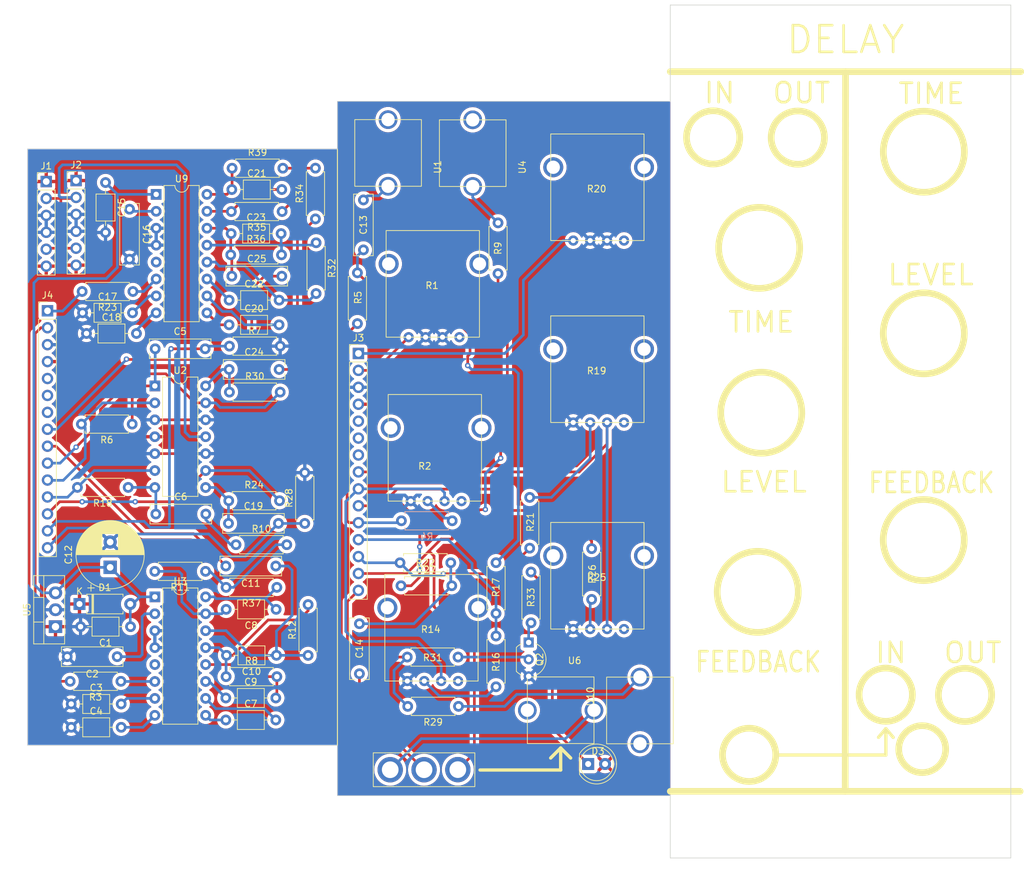
<source format=kicad_pcb>
(kicad_pcb (version 20221018) (generator pcbnew)
  (layers (0 "F.Cu" signal) (31 "B.Cu" signal) (34 "B.Paste" user) (35 "F.Paste" user) (36 "B.SilkS" user "B.Silkscreen") (37 "F.SilkS" user "F.Silkscreen") (38 "B.Mask" user) (39 "F.Mask" user) (44 "Edge.Cuts" user))
  (net 0 "")
  (net 1 "+5V")
  (net 2 "GND")
  (net 3 "Net-(U3-REF)")
  (net 4 "Net-(U3-CC1)")
  (net 5 "Net-(U3-CC0)")
  (net 6 "Net-(C5-Pad1)")
  (net 7 "Net-(C6-Pad1)")
  (net 8 "Net-(U3-OP1-OUT)")
  (net 9 "Net-(U3-OP1-IN)")
  (net 10 "Net-(U3-LPF1-IN)")
  (net 11 "Net-(U3-LPF1-OUT)")
  (net 12 "Net-(U3-OP2-IN)")
  (net 13 "Net-(U3-OP2-OUT)")
  (net 14 "Net-(U3-LPF2-OUT)")
  (net 15 "Net-(U3-LPF2-IN)")
  (net 16 "Net-(C13-Pad1)")
  (net 17 "Net-(C14-Pad1)")
  (net 18 "Net-(C13-Pad2)")
  (net 19 "Net-(U9-REF)")
  (net 20 "Net-(C19-Pad1)")
  (net 21 "Net-(U9-CC1)")
  (net 22 "Net-(U9-CC0)")
  (net 23 "Net-(U9-OP1-OUT)")
  (net 24 "Net-(U9-OP1-IN)")
  (net 25 "Net-(U9-LPF1-IN)")
  (net 26 "Net-(U9-LPF1-OUT)")
  (net 27 "Net-(U9-OP2-IN)")
  (net 28 "+12V")
  (net 29 "Net-(U9-OP2-OUT)")
  (net 30 "Net-(U9-LPF2-OUT)")
  (net 31 "-12V")
  (net 32 "Net-(U9-LPF2-IN)")
  (net 33 "Net-(D3-K)")
  (net 34 "Net-(Q2-C)")
  (net 35 "Net-(Q2-B)")
  (net 39 "Net-(R2-S)")
  (net 41 "Net-(C6-Pad2)")
  (net 42 "Net-(R9-Pad1)")
  (net 45 "Net-(U3-VCO)")
  (net 46 "Net-(R10-Pad2)")
  (net 47 "Net-(R29-Pad1)")
  (net 48 "Net-(R14-S)")
  (net 49 "Net-(U6-Pad1)")
  (net 51 "Net-(C14-Pad2)")
  (net 54 "Net-(C24-Pad1)")
  (net 55 "Net-(C24-Pad2)")
  (net 56 "Net-(R19-S)")
  (net 63 "Net-(U9-VCO)")
  (net 64 "Net-(R25-S)")
  (net 70 "Net-(R34-Pad2)")
  (net 71 "DOUT1")
  (net 72 "DOUT2")
  (net 73 "VGND1")
  (net 74 "VGND2")
  (net 75 "VGND3")
  (net 76 "VGND4")
  (net 77 "SW1")
  (net 78 "SWCOM")
  (net 79 "SW3")
  (net 80 "VCO1")
  (net 81 "VCO2")
  (net 82 "X1")
  (net 83 "X2")
  (footprint "LED_THT:LED_D5.0mm" (layer "F.Cu") (at 157.625 142.9)
    (fp_text reference "D3")
    (fp_text value "LED")
  )
  (footprint "Resistor_THT:R_Axial_DIN0207_L6.3mm_D2.5mm_P7.62mm_Horizontal" (layer "F.Cu") (at 104.19 53.49)
    (fp_text reference "R39")
    (fp_text value "0R")
  )
  (footprint "Resistor_THT:R_Axial_DIN0207_L6.3mm_D2.5mm_P7.62mm_Horizontal" (layer "F.Cu") (at 103.69 103.39)
    (fp_text reference "R24")
    (fp_text value "100k")
  )
  (footprint "Capacitor_THT:CP_Radial_D10.0mm_P3.80mm" (layer "F.Cu") (at 85.89 113.39 90)
    (fp_text reference "C12")
    (fp_text value "C_Polarized")
  )
  (footprint "Resistor_THT:R_Axial_DIN0207_L6.3mm_D2.5mm_P7.62mm_Horizontal" (layer "F.Cu") (at 88.6 101.39 180)
    (fp_text reference "R18")
    (fp_text value "100k")
  )
  (footprint "Connector_PinHeader_2.54mm:PinHeader_1x06_P2.54mm_Vertical" (layer "F.Cu") (at 80.78 55.34)
    (fp_text reference "J2")
    (fp_text value "Conn_01x06_Male")
  )
  (footprint "clipboard:c0182654-ed92-4dac-bfe7-a251b8662b05" (layer "F.Cu") (at 176.4 48.85)
    (fp_text reference "")
    (fp_text value "")
  )
  (footprint "Resistor_THT:R_Axial_DIN0207_L6.3mm_D2.5mm_P7.62mm_Horizontal" (layer "F.Cu") (at 100.21 113.99 180)
    (fp_text reference "R11")
    (fp_text value "10k")
  )
  (footprint "Capacitor_THT:C_Rect_L9.0mm_W2.7mm_P7.50mm_MKT" (layer "F.Cu") (at 88.8 59.64 -90)
    (fp_text reference "C16")
    (fp_text value "47u")
  )
  (footprint "Capacitor_THT:C_Axial_L3.8mm_D2.6mm_P7.50mm_Horizontal" (layer "F.Cu") (at 110.8 119.69 180)
    (fp_text reference "C8")
    (fp_text value "500p")
  )
  (footprint "Capacitor_THT:C_Axial_L3.8mm_D2.6mm_P7.50mm_Horizontal" (layer "F.Cu") (at 80.05 137.39)
    (fp_text reference "C4")
    (fp_text value "100n")
  )
  (footprint "MountingHole:MountingHole_3.2mm_M3" (layer "F.Cu") (at 211.49002 31.721661)
    (fp_text reference "REF**" hide)
    (fp_text value "MountingHole_3.2mm_M3")
  )
  (footprint "Capacitor_THT:C_Rect_L9.0mm_W2.7mm_P7.50mm_MKT" (layer "F.Cu") (at 123.3 129.35 90)
    (fp_text reference "C14")
    (fp_text value "1u")
  )
  (footprint "Capacitor_THT:C_Rect_L9.0mm_W2.7mm_P7.50mm_MKT" (layer "F.Cu") (at 104.15 69.69)
    (fp_text reference "C25")
    (fp_text value "C_Polarized")
  )
  (footprint "Resistor_THT:R_Axial_DIN0207_L6.3mm_D2.5mm_P7.62mm_Horizontal" (layer "F.Cu") (at 143.8 123.69 -90)
    (fp_text reference "R16")
    (fp_text value "47k")
  )
  (footprint "Resistor_THT:R_Axial_DIN0207_L6.3mm_D2.5mm_P7.62mm_Horizontal" (layer "F.Cu") (at 138.17 134.25 180)
    (fp_text reference "R29")
    (fp_text value "1k")
  )
  (footprint "Resistor_THT:R_Axial_DIN0207_L6.3mm_D2.5mm_P7.62mm_Horizontal" (layer "F.Cu") (at 116.8 64.68 -90)
    (fp_text reference "R32")
    (fp_text value "10k")
  )
  (footprint "Capacitor_THT:C_Axial_L3.8mm_D2.6mm_P7.50mm_Horizontal" (layer "F.Cu") (at 80.05 133.89)
    (fp_text reference "C3")
    (fp_text value "100n")
  )
  (footprint "Capacitor_THT:C_Rect_L9.0mm_W2.7mm_P7.50mm_MKT" (layer "F.Cu") (at 103.65 106.79)
    (fp_text reference "C19")
    (fp_text value "1u")
  )
  (footprint "clipboard:c0182654-ed92-4dac-bfe7-a251b8662b05" (layer "F.Cu") (at 183.05 117.05)
    (fp_text reference "")
    (fp_text value "")
  )
  (footprint "Resistor_THT:R_Axial_DIN0207_L6.3mm_D2.5mm_P7.62mm_Horizontal" (layer "F.Cu") (at 129.39 112.7)
    (fp_text reference "R22")
    (fp_text value "100k")
  )
  (footprint "Library:AlpsPot" (layer "F.Cu") (at 155.39 122.649)
    (fp_text reference "R25")
    (fp_text value "AlpsPot")
  )
  (footprint "Capacitor_THT:C_Rect_L9.0mm_W2.7mm_P7.50mm_MKT" (layer "F.Cu") (at 103.75 83.69)
    (fp_text reference "C24")
    (fp_text value "C_Polarized")
  )
  (footprint "Resistor_THT:R_Axial_DIN0207_L6.3mm_D2.5mm_P7.62mm_Horizontal" (layer "F.Cu") (at 103.29 129.79)
    (fp_text reference "R8")
    (fp_text value "10k")
  )
  (footprint "Package_TO_SOT_THT:TO-92_Inline_Wide" (layer "F.Cu") (at 148.7 124.66 -90)
    (fp_text reference "Q2")
    (fp_text value "BC547")
  )
  (footprint "clipboard:c0182654-ed92-4dac-bfe7-a251b8662b05" (layer "F.Cu") (at 207.75 140.7)
    (fp_text reference "")
    (fp_text value "")
  )
  (footprint "Resistor_THT:R_Axial_DIN0207_L6.3mm_D2.5mm_P7.62mm_Horizontal" (layer "F.Cu") (at 144.1 61.69 -90)
    (fp_text reference "R9")
    (fp_text value "1k")
  )
  (footprint "Capacitor_THT:C_Axial_L3.8mm_D2.6mm_P7.50mm_Horizontal" (layer "F.Cu") (at 85.2 55.64 -90)
    (fp_text reference "C15")
    (fp_text value "100n")
  )
  (footprint "Connector_PinHeader_2.54mm:PinHeader_1x15_P2.54mm_Vertical" (layer "F.Cu") (at 123.15 81.29)
    (fp_text reference "J3")
    (fp_text value "Conn_01x15_Male")
  )
  (footprint "Resistor_THT:R_Axial_DIN0207_L6.3mm_D2.5mm_P7.62mm_Horizontal" (layer "F.Cu") (at 89.31 71.99 180)
    (fp_text reference "R23")
    (fp_text value "1k")
  )
  (footprint "Library:AlpsPot" (layer "F.Cu") (at 155.39 64.349)
    (fp_text reference "R20")
    (fp_text value "AlpsPot")
  )
  (footprint "Library:3mm5 Mono Aux" (layer "F.Cu") (at 153.5 134.830351)
    (fp_text reference "U6")
    (fp_text value "Aux_flush")
  )
  (footprint "Capacitor_THT:C_Rect_L9.0mm_W2.7mm_P7.50mm_MKT" (layer "F.Cu") (at 92.65 80.59)
    (fp_text reference "C5")
    (fp_text value "1u")
  )
  (footprint "Capacitor_THT:C_Axial_L3.8mm_D2.6mm_P7.50mm_Horizontal" (layer "F.Cu") (at 82.34 78.29)
    (fp_text reference "C18")
    (fp_text value "100n")
  )
  (footprint "Resistor_THT:R_Axial_DIN0207_L6.3mm_D2.5mm_P7.62mm_Horizontal" (layer "F.Cu") (at 89.2 91.89 180)
    (fp_text reference "R6")
    (fp_text value "100k")
  )
  (footprint "clipboard:c0182654-ed92-4dac-bfe7-a251b8662b05" (layer "F.Cu") (at 208 109.3)
    (fp_text reference "")
    (fp_text value "")
  )
  (footprint "clipboard:c0182654-ed92-4dac-bfe7-a251b8662b05" (layer "F.Cu") (at 208.05 78.25)
    (fp_text reference "")
    (fp_text value "")
  )
  (footprint "Resistor_THT:R_Axial_DIN0207_L6.3mm_D2.5mm_P7.62mm_Horizontal" (layer "F.Cu") (at 123 76.81 90)
    (fp_text reference "R5")
    (fp_text value "100k")
  )
  (footprint "Library:AlpsPot" (layer "F.Cu") (at 130.69 78.849)
    (fp_text reference "R1")
    (fp_text value "AlpsPot")
  )
  (footprint "Library:3mm5 Mono Aux" (layer "F.Cu") (at 140.3 51.230351 -90)
    (fp_text reference "U4")
    (fp_text value "Aux_flush")
  )
  (footprint "Capacitor_THT:C_Axial_L3.8mm_D2.6mm_P7.50mm_Horizontal" (layer "F.Cu") (at 81.75 75.19)
    (fp_text reference "C17")
    (fp_text value "100n")
  )
  (footprint "Connector_PinHeader_2.54mm:PinHeader_1x06_P2.54mm_Vertical" (layer "F.Cu") (at 76.3 55.49)
    (fp_text reference "J1")
    (fp_text value "Conn_01x06_Male")
  )
  (footprint "Resistor_THT:R_Axial_DIN0207_L6.3mm_D2.5mm_P7.62mm_Horizontal" (layer "F.Cu") (at 103.99 66.49)
    (fp_text reference "R36")
    (fp_text value "10k")
  )
  (footprint "Package_DIP:DIP-16_W7.62mm" (layer "F.Cu") (at 92.8 57.415)
    (fp_text reference "U9")
    (fp_text value "PT2399")
  )
  (footprint "clipboard:c0182654-ed92-4dac-bfe7-a251b8662b05" (layer "F.Cu") (at 183.6 90.2)
    (fp_text reference "")
    (fp_text value "")
  )
  (footprint "Capacitor_THT:C_Axial_L3.8mm_D2.6mm_P7.50mm_Horizontal" (layer "F.Cu") (at 110.85 126.59 180)
    (fp_text reference "C10")
    (fp_text value "500p")
  )
  (footprint "Library:Switch" (layer "F.Cu") (at 133 146.3)
    (fp_text reference "U7" hide)
    (fp_text value "Switch")
  )
  (footprint "Package_DIP:DIP-16_W7.62mm" (layer "F.Cu") (at 92.6 117.815)
    (fp_text reference "U3")
    (fp_text value "PT2399")
  )
  (footprint "Resistor_THT:R_Axial_DIN0207_L6.3mm_D2.5mm_P7.62mm_Horizontal" (layer "F.Cu") (at 116.7 61.1 90)
    (fp_text reference "R34")
    (fp_text value "10k")
  )
  (footprint "Resistor_THT:R_Axial_DIN0207_L6.3mm_D2.5mm_P7.62mm_Horizontal" (layer "F.Cu") (at 104.78 109.99)
    (fp_text reference "R10")
    (fp_text value "10k")
  )
  (footprint "Resistor_THT:R_Axial_DIN0207_L6.3mm_D2.5mm_P7.62mm_Horizontal" (layer "F.Cu") (at 103.79 80.19)
    (fp_text reference "R7")
    (fp_text value "100k")
  )
  (footprint "Connector_PinHeader_2.54mm:PinHeader_1x15_P2.54mm_Vertical" (layer "F.Cu") (at 76.49 74.89)
    (fp_text reference "J4")
    (fp_text value "Conn_01x15_Male")
  )
  (footprint "Capacitor_THT:C_Axial_L3.8mm_D2.6mm_P7.50mm_Horizontal" (layer "F.Cu") (at 88.95 122.29 180)
    (fp_text reference "C1")
    (fp_text value "100n")
  )
  (footprint "Resistor_THT:R_Axial_DIN0207_L6.3mm_D2.5mm_P7.62mm_Horizontal" (layer "F.Cu") (at 158.15 110.58 -90)
    (fp_text reference "R26")
    (fp_text value "47k")
  )
  (footprint "clipboard:c0182654-ed92-4dac-bfe7-a251b8662b05" (layer "F.Cu") (at 189.05 48.9)
    (fp_text reference "")
    (fp_text value "")
  )
  (footprint "MountingHole:MountingHole_3.2mm_M3" (layer "F.Cu") (at 180.99002 31.721661)
    (fp_text reference "REF**" hide)
    (fp_text value "MountingHole_3.2mm_M3")
  )
  (footprint "Library:AlpsPot" (layer "F.Cu") (at 130.49 130.449)
    (fp_text reference "R14")
    (fp_text value "AlpsPot")
  )
  (footprint "Library:3mm5 Mono Aux" (layer "F.Cu") (at 127.6 51.2 -90)
    (fp_text reference "U1")
    (fp_text value "Aux_flush")
  )
  (footprint "Resistor_THT:R_Axial_DIN0207_L6.3mm_D2.5mm_P7.62mm_Horizontal" (layer "F.Cu") (at 115.1 106.8 90)
    (fp_text reference "R28")
    (fp_text value "100k")
  )
  (footprint "Capacitor_THT:C_Rect_L9.0mm_W2.7mm_P7.50mm_MKT" (layer "F.Cu") (at 123.9 58.25 -90)
    (fp_text reference "C13")
    (fp_text value "1u")
  )
  (footprint "Capacitor_THT:C_Axial_L3.8mm_D2.6mm_P7.50mm_Horizontal" (layer "F.Cu") (at 104.15 56.69)
    (fp_text reference "C21")
    (fp_text value "500p")
  )
  (footprint "Package_DIP:DIP-14_W7.62mm" (layer "F.Cu") (at 92.6 86.165)
    (fp_text reference "U2")
    (fp_text value "TL074")
  )
  (footprint "Resistor_THT:R_Axial_DIN0207_L6.3mm_D2.5mm_P7.62mm_Horizontal" (layer "F.Cu") (at 111.7 59.99 180)
    (fp_text reference "R35")
    (fp_text value "10k")
  )
  (footprint "Capacitor_THT:C_Axial_L3.8mm_D2.6mm_P7.50mm_Horizontal" (layer "F.Cu") (at 104.05 63.305)
    (fp_text reference "C23")
    (fp_text value "500p")
  )
  (footprint "MountingHole:MountingHole_3.2mm_M3" (layer "F.Cu") (at 180.99002 154.221661)
    (fp_text reference "REF**" hide)
    (fp_text value "MountingHole_3.2mm_M3")
  )
  (footprint "Resistor_THT:R_Axial_DIN0207_L6.3mm_D2.5mm_P7.62mm_Horizontal" (layer "F.Cu") (at 103.79 87.09)
    (fp_text reference "R30")
    (fp_text value "100k")
  )
  (footprint "Package_TO_SOT_THT:TO-220-3_Vertical" (layer "F.Cu") (at 77.69 122.29 90)
    (fp_text reference "U5")
    (fp_text value "LM7805_TO220")
  )
  (footprint "Capacitor_THT:C_Rect_L9.0mm_W2.7mm_P7.50mm_MKT" (layer "F.Cu") (at 110.75 113.19 180)
    (fp_text reference "C11")
    (fp_text value "1u")
  )
  (footprint "Resistor_THT:R_Axial_DIN0207_L6.3mm_D2.5mm_P7.62mm_Horizontal" (layer "F.Cu") (at 129.54 116.15)
    (fp_text reference "R27")
    (fp_text value "100k")
  )
  (footprint "Library:3mm5 Mono Aux" (layer "F.Cu") (at 165.4 134.860701 90)
    (fp_text reference "U10")
    (fp_text value "Aux_flush")
  )
  (footprint "Capacitor_THT:C_Rect_L9.0mm_W2.7mm_P7.50mm_MKT" (layer "F.Cu") (at 86.95 126.79 180)
    (fp_text reference "C2")
    (fp_text value "47u")
  )
  (footprint "clipboard:c0182654-ed92-4dac-bfe7-a251b8662b05" (layer "F.Cu") (at 214.2 132.55)
    (fp_text reference "")
    (fp_text value "")
  )
  (footprint "Resistor_THT:R_Axial_DIN0207_L6.3mm_D2.5mm_P7.62mm_Horizontal" (layer "F.Cu") (at 87.51 130.49 180)
    (fp_text reference "R3")
    (fp_text value "1k")
  )
  (footprint "clipboard:c0182654-ed92-4dac-bfe7-a251b8662b05" (layer "F.Cu") (at 181.8 141.55)
    (fp_text reference "")
    (fp_text value "")
  )
  (footprint "Capacitor_THT:C_Axial_L3.8mm_D2.6mm_P7.50mm_Horizontal" (layer "F.Cu") (at 103.75 73.29)
    (fp_text reference "C22")
    (fp_text value "100n")
  )
  (footprint "Resistor_THT:R_Axial_DIN0207_L6.3mm_D2.5mm_P7.62mm_Horizontal" (layer "F.Cu") (at 110.91 116.39 180)
    (fp_text reference "R37")
    (fp_text value "0R")
  )
  (footprint "Resistor_THT:R_Axial_DIN0207_L6.3mm_D2.5mm_P7.62mm_Horizontal" (layer "F.Cu") (at 115.6 126.6 90)
    (fp_text reference "R12")
    (fp_text value "10k")
  )
  (footprint "Diode_THT:D_A-405_P7.62mm_Horizontal" (layer "F.Cu") (at 81.29 118.89)
    (fp_text reference "D1")
    (fp_text value "D")
  )
  (footprint "Resistor_THT:R_Axial_DIN0207_L6.3mm_D2.5mm_P7.62mm_Horizontal" (layer "F.Cu") (at 148.85 110.51 90)
    (fp_text reference "R21")
    (fp_text value "100k")
  )
  (footprint "Capacitor_THT:C_Axial_L3.8mm_D2.6mm_P7.50mm_Horizontal" (layer "F.Cu") (at 103.25 132.99)
    (fp_text reference "C9")
    (fp_text value "100n")
  )
  (footprint "Capacitor_THT:C_Axial_L3.8mm_D2.6mm_P7.50mm_Horizontal" (layer "F.Cu") (at 103.74 76.99)
    (fp_text reference "C20")
    (fp_text value "100n")
  )
  (footprint "Resistor_THT:R_Axial_DIN0207_L6.3mm_D2.5mm_P7.62mm_Horizontal" (layer "F.Cu") (at 138.1 126.85 180)
    (fp_text reference "R31")
    (fp_text value "100k")
  )
  (footprint "Library:AlpsPot" (layer "F.Cu") (at 155.39 91.649)
    (fp_text reference "R19")
    (fp_text value "AlpsPot")
  )
  (footprint "Resistor_THT:R_Axial_DIN0207_L6.3mm_D2.5mm_P7.62mm_Horizontal" (layer "F.Cu") (at 143.8 120.31 90)
    (fp_text reference "R17")
    (fp_text value "100k")
  )
  (footprint "MountingHole:MountingHole_3.2mm_M3" (layer "F.Cu") (at 211.49002 154.221661)
    (fp_text reference "REF**" hide)
    (fp_text value "MountingHole_3.2mm_M3")
  )
  (footprint "clipboard:c0182654-ed92-4dac-bfe7-a251b8662b05" (layer "F.Cu") (at 202.3 132.5)
    (fp_text reference "")
    (fp_text value "")
  )
  (footprint "Capacitor_THT:C_Rect_L9.0mm_W2.7mm_P7.50mm_MKT" (layer "F.Cu") (at 92.75 105.39)
    (fp_text reference "C6")
    (fp_text value "C_Polarized")
  )
  (footprint "Library:AlpsPot" (layer "F.Cu") (at 131 103.449)
    (fp_text reference "R2")
    (fp_text value "AlpsPot")
  )
  (footprint "Resistor_THT:R_Axial_DIN0207_L6.3mm_D2.5mm_P7.62mm_Horizontal" (layer "F.Cu") (at 149.05 121.71 90)
    (fp_text reference "R33")
    (fp_text value "2k2")
  )
  (footprint "Capacitor_THT:C_Axial_L3.8mm_D2.6mm_P7.50mm_Horizontal" (layer "F.Cu") (at 103.25 136.29)
    (fp_text reference "C7")
    (fp_text value "100n")
  )
  (footprint "clipboard:c0182654-ed92-4dac-bfe7-a251b8662b05" (layer "F.Cu") (at 208 51.05)
    (fp_text reference "")
    (fp_text value "")
  )
  (footprint "clipboard:c0182654-ed92-4dac-bfe7-a251b8662b05" (layer "F.Cu") (at 183.3 65.45)
    (fp_text reference "")
    (fp_text value "")
  )
  (footprint "Resistor_THT:R_Axial_DIN0207_L6.3mm_D2.5mm_P7.62mm_Horizontal" (layer "B.Cu") (at 129.6 106.4)
    (fp_text reference "R4")
    (fp_text value "100k")
  )
  (gr_line (start 120 50.6) (end 120 140.1) (stroke (width 0.15)) (layer "F.SilkS"))
  (gr_line (start 202.3 137.6) (end 203.4 138.9) (stroke (width 0.5)) (layer "F.SilkS"))
  (gr_line (start 153.5 143.8) (end 153.5 140.5) (stroke (width 0.5)) (layer "F.SilkS"))
  (gr_line (start 186.25 141.55) (end 202.3 141.55) (stroke (width 0.5)) (layer "F.SilkS"))
  (gr_circle (center 207.75846 140.668837) (end 211.25846 141.086074) (stroke (width 1)) (fill none) (layer "F.SilkS"))
  (gr_line (start 169.95 147) (end 222.45 147) (stroke (width 1)) (layer "F.SilkS"))
  (gr_circle (center 208 51.017237) (end 214.082763 51.017237) (stroke (width 1)) (fill none) (layer "F.SilkS"))
  (gr_circle (center 202.283241 132.499188) (end 206.283241 132.499188) (stroke (width 1)) (fill none) (layer "F.SilkS"))
  (gr_circle (center 207.984003 109.289617) (end 214.066766 109.289617) (stroke (width 1)) (fill none) (layer "F.SilkS"))
  (gr_line (start 202.3 137.6) (end 201.2 138.9) (stroke (width 0.5)) (layer "F.SilkS"))
  (gr_circle (center 189.083241 48.899188) (end 193.083241 48.899188) (stroke (width 1)) (fill none) (layer "F.SilkS"))
  (gr_line (start 153.5 140.5) (end 152 142) (stroke (width 0.5)) (layer "F.SilkS"))
  (gr_line (start 141.4 143.8) (end 153.5 143.8) (stroke (width 0.5)) (layer "F.SilkS"))
  (gr_circle (center 181.783241 141.523837) (end 185.783241 141.523837) (stroke (width 1)) (fill none) (layer "F.SilkS"))
  (gr_line (start 202.3 137.6) (end 202.3 141.55) (stroke (width 0.5)) (layer "F.SilkS"))
  (gr_circle (center 176.383241 48.868837) (end 180.383241 48.868837) (stroke (width 1)) (fill none) (layer "F.SilkS"))
  (gr_circle (center 183.60772 90.179256) (end 189.690483 90.179256) (stroke (width 1)) (fill none) (layer "F.SilkS"))
  (gr_line (start 169.95 39) (end 222.55 39) (stroke (width 1)) (layer "F.SilkS"))
  (gr_line (start 196.25 39) (end 196.2 147) (stroke (width 1)) (layer "F.SilkS"))
  (gr_circle (center 183.073241 117.066074) (end 189.156004 117.066074) (stroke (width 1)) (fill none) (layer "F.SilkS"))
  (gr_circle (center 214.183241 132.529538) (end 218.183241 132.529538) (stroke (width 1)) (fill none) (layer "F.SilkS"))
  (gr_circle (center 207.9932 78.270196) (end 214.075963 78.270196) (stroke (width 1)) (fill none) (layer "F.SilkS"))
  (gr_line (start 153.5 140.5) (end 155 142) (stroke (width 0.5)) (layer "F.SilkS"))
  (gr_circle (center 183.291899 65.440777) (end 189.374662 65.440777) (stroke (width 1)) (fill none) (layer "F.SilkS"))
  (gr_line (start 169.95 147.65) (end 120 147.65) (stroke (width 0.1)) (layer "Edge.Cuts"))
  (gr_line (start 120 140.09) (end 73.5 140.09) (stroke (width 0.1)) (layer "Edge.Cuts"))
  (gr_line (start 169.95 157) (end 169.95 147.65) (stroke (width 0.1)) (layer "Edge.Cuts"))
  (gr_line (start 120 147.65) (end 120 140.09) (stroke (width 0.1)) (layer "Edge.Cuts"))
  (gr_line (start 73.5 50.59) (end 120 50.59) (stroke (width 0.1)) (layer "Edge.Cuts"))
  (gr_line (start 221.05 29) (end 221.05 157) (stroke (width 0.1)) (layer "Edge.Cuts"))
  (gr_line (start 169.95 29) (end 221.05 29) (stroke (width 0.1)) (layer "Edge.Cuts"))
  (gr_line (start 169.95 43.45) (end 169.95 29) (stroke (width 0.1)) (layer "Edge.Cuts"))
  (gr_line (start 120 43.45) (end 169.95 43.45) (stroke (width 0.1)) (layer "Edge.Cuts"))
  (gr_line (start 73.5 140.09) (end 73.5 50.59) (stroke (width 0.1)) (layer "Edge.Cuts"))
  (gr_line (start 221.05 157) (end 169.95 157) (stroke (width 0.1)) (layer "Edge.Cuts"))
  (gr_line (start 120 50.59) (end 120 43.45) (stroke (width 0.1)) (layer "Edge.Cuts"))
  (gr_text "FEEDBACK\n" (at 209.15 100.7) (layer "F.SilkS") (effects (font (size 3 2.5) (thickness 0.4))))
  (gr_text "DELAY" (at 196.25 34.2) (layer "F.SilkS") (effects (font (size 4 4) (thickness 0.4))))
  (gr_text "LEVEL" (at 184 100.6) (layer "F.SilkS") (effects (font (size 3 3) (thickness 0.4))))
  (gr_text "LEVEL" (at 209.05 69.5) (layer "F.SilkS") (effects (font (size 3 3) (thickness 0.4))))
  (gr_text "TIME" (at 183.60772 76.6) (layer "F.SilkS") (effects (font (size 3 3) (thickness 0.4))))
  (gr_text "IN" (at 203.05 126.2) (layer "F.SilkS") (effects (font (size 3 3) (thickness 0.4))))
  (gr_text "IN" (at 177.35 42.2) (layer "F.SilkS") (effects (font (size 3 3) (thickness 0.4))))
  (gr_text "OUT" (at 189.65 42.2) (layer "F.SilkS") (effects (font (size 3 3) (thickness 0.4))))
  (gr_text "FEEDBACK\n" (at 183.15 127.6) (layer "F.SilkS") (effects (font (size 3 2.5) (thickness 0.4))))
  (gr_text "TIME" (at 209.15 42.3) (layer "F.SilkS") (effects (font (size 3 3) (thickness 0.4))))
  (gr_text "OUT" (at 215.35 126.2) (layer "F.SilkS") (effects (font (size 3 3) (thickness 0.4))))
  (segment (start 86.975 57.415) (end 85.2 55.64) (width 0.4) (layer "B.Cu") (net 1))
  (segment (start 92.6 117.815) (end 90.315 117.815) (width 0.4) (layer "B.Cu") (net 1))
  (segment (start 85.89 113.39) (end 81.51 113.39) (width 0.4) (layer "B.Cu") (net 1))
  (segment (start 86.975 68.375) (end 85.3 70.05) (width 0.4) (layer "B.Cu") (net 1))
  (segment (start 75.1 70.05) (end 74.45 70.7) (width 0.4) (layer "B.Cu") (net 1))
  (segment (start 81.51 113.39) (end 77.69 117.21) (width 0.4) (layer "B.Cu") (net 1))
  (segment (start 74.45 115.95) (end 75.71 117.21) (width 0.4) (layer "B.Cu") (net 1))
  (segment (start 88.91 118.89) (end 88.91 122.25) (width 0.4) (layer "B.Cu") (net 1))
  (segment (start 90.315 117.815) (end 85.89 113.39) (width 0.4) (layer "B.Cu") (net 1))
  (segment (start 90.315 117.815) (end 90.315 117.865) (width 0.4) (layer "B.Cu") (net 1))
  (segment (start 85.3 70.05) (end 75.1 70.05) (width 0.4) (layer "B.Cu") (net 1))
  (segment (start 88.91 122.25) (end 88.95 122.29) (width 0.4) (layer "B.Cu") (net 1))
  (segment (start 92.8 57.415) (end 86.975 57.415) (width 0.4) (layer "B.Cu") (net 1))
  (segment (start 75.71 117.21) (end 77.69 117.21) (width 0.4) (layer "B.Cu") (net 1))
  (segment (start 90.315 117.865) (end 89.29 118.89) (width 0.4) (layer "B.Cu") (net 1))
  (segment (start 86.975 57.415) (end 86.975 68.375) (width 0.4) (layer "B.Cu") (net 1))
  (segment (start 74.45 70.7) (end 74.45 115.95) (width 0.4) (layer "B.Cu") (net 1))
  (segment (start 89.29 118.89) (end 88.91 118.89) (width 0.4) (layer "B.Cu") (net 1))
  (segment (start 92.6 96.325) (end 100.22 96.325) (width 0.4) (layer "F.Cu") (net 2))
  (segment (start 100.22 91.245) (end 92.6 91.245) (width 0.4) (layer "F.Cu") (net 2))
  (segment (start 91.125 120.355) (end 90.69 120.79) (width 0.4) (layer "B.Cu") (net 3))
  (segment (start 92.6 120.355) (end 91.125 120.355) (width 0.4) (layer "B.Cu") (net 3))
  (segment (start 90.69 126.49) (end 90.39 126.79) (width 0.4) (layer "B.Cu") (net 3))
  (segment (start 90.39 126.79) (end 86.95 126.79) (width 0.4) (layer "B.Cu") (net 3))
  (segment (start 90.69 120.79) (end 90.69 126.49) (width 0.4) (layer "B.Cu") (net 3))
  (segment (start 88.385 133.055) (end 87.55 133.89) (width 0.4) (layer "B.Cu") (net 4))
  (segment (start 92.6 133.055) (end 88.385 133.055) (width 0.4) (layer "B.Cu") (net 4))
  (segment (start 90.805 137.39) (end 92.6 135.595) (width 0.4) (layer "B.Cu") (net 5))
  (segment (start 87.55 137.39) (end 90.805 137.39) (width 0.4) (layer "B.Cu") (net 5))
  (segment (start 92.65 86.115) (end 92.6 86.165) (width 0.4) (layer "F.Cu") (net 6))
  (segment (start 91.015 86.165) (end 92.6 86.165) (width 0.4) (layer "F.Cu") (net 6))
  (segment (start 89.2 87.98) (end 91.015 86.165) (width 0.4) (layer "F.Cu") (net 6))
  (segment (start 89.2 91.89) (end 89.2 87.98) (width 0.4) (layer "F.Cu") (net 6))
  (segment (start 92.65 86.115) (end 92.6 86.165) (width 0.4) (layer "B.Cu") (net 6))
  (segment (start 92.65 80.59) (end 92.65 86.115) (width 0.4) (layer "B.Cu") (net 6))
  (segment (start 92.75 105.39) (end 92.75 101.555) (width 0.4) (layer "B.Cu") (net 7))
  (segment (start 92.585 101.39) (end 92.6 101.405) (width 0.4) (layer "B.Cu") (net 7))
  (segment (start 88.6 101.39) (end 92.585 101.39) (width 0.4) (layer "B.Cu") (net 7))
  (segment (start 92.75 101.555) (end 92.6 101.405) (width 0.4) (layer "B.Cu") (net 7))
  (segment (start 103.25 136.29) (end 100.915 136.29) (width 0.4) (layer "B.Cu") (net 8))
  (segment (start 100.915 136.29) (end 100.22 135.595) (width 0.4) (layer "B.Cu") (net 8))
  (segment (start 100.22 133.055) (end 101.755 134.59) (width 0.4) (layer "B.Cu") (net 9))
  (segment (start 101.755 134.59) (end 109.05 134.59) (width 0.4) (layer "B.Cu") (net 9))
  (segment (start 109.05 134.59) (end 110.75 136.29) (width 0.4) (layer "B.Cu") (net 9))
  (segment (start 109.21 118.09) (end 110.91 116.39) (width 0.4) (layer "B.Cu") (net 10))
  (segment (start 101.515 117.815) (end 101.79 118.09) (width 0.4) (layer "B.Cu") (net 10))
  (segment (start 109.2 118.09) (end 109.21 118.09) (width 0.4) (layer "B.Cu") (net 10))
  (segment (start 100.22 117.815) (end 101.515 117.815) (width 0.4) (layer "B.Cu") (net 10))
  (segment (start 101.79 118.09) (end 109.2 118.09) (width 0.4) (layer "B.Cu") (net 10))
  (segment (start 109.2 118.09) (end 110.8 119.69) (width 0.4) (layer "B.Cu") (net 10))
  (segment (start 96.19 113.99) (end 96.65 114.45) (width 0.4) (layer "B.Cu") (net 11))
  (segment (start 92.59 113.99) (end 96.19 113.99) (width 0.4) (layer "B.Cu") (net 11))
  (segment (start 100.22 120.355) (end 99.955 120.355) (width 0.4) (layer "B.Cu") (net 11))
  (segment (start 96.65 118.55) (end 96.65 114.45) (width 0.4) (layer "B.Cu") (net 11))
  (segment (start 100.22 120.355) (end 102.635 120.355) (width 0.4) (layer "B.Cu") (net 11))
  (segment (start 98.455 120.355) (end 97.25 119.15) (width 0.4) (layer "B.Cu") (net 11))
  (segment (start 100.22 120.355) (end 98.455 120.355) (width 0.4) (layer "B.Cu") (net 11))
  (segment (start 97.25 119.15) (end 96.65 118.55) (width 0.4) (layer "B.Cu") (net 11))
  (segment (start 102.635 120.355) (end 103.3 119.69) (width 0.4) (layer "B.Cu") (net 11))
  (segment (start 103.25 132.99) (end 100.775 130.515) (width 0.4) (layer "B.Cu") (net 12))
  (segment (start 100.775 130.515) (end 100.22 130.515) (width 0.4) (layer "B.Cu") (net 12))
  (segment (start 110.91 129.79) (end 105.79 129.79) (width 0.4) (layer "F.Cu") (net 13))
  (segment (start 110.91 132.83) (end 110.75 132.99) (width 0.4) (layer "F.Cu") (net 13))
  (segment (start 105.79 129.79) (end 103.975 127.975) (width 0.4) (layer "F.Cu") (net 13))
  (segment (start 103.975 127.975) (end 100.22 127.975) (width 0.4) (layer "F.Cu") (net 13))
  (segment (start 110.91 129.79) (end 110.91 132.83) (width 0.4) (layer "F.Cu") (net 13))
  (segment (start 110.85 122.95) (end 113.19 120.61) (width 0.4) (layer "B.Cu") (net 14))
  (segment (start 113.19 120.61) (end 113.19 113.79) (width 0.4) (layer "B.Cu") (net 14))
  (segment (start 113.19 113.79) (end 112.59 113.19) (width 0.4) (layer "B.Cu") (net 14))
  (segment (start 112.59 113.19) (end 110.75 113.19) (width 0.4) (layer "B.Cu") (net 14))
  (segment (start 115.59 126.59) (end 115.6 126.6) (width 0.4) (layer "B.Cu") (net 14))
  (segment (start 110.85 126.59) (end 110.85 122.95) (width 0.4) (layer "B.Cu") (net 14))
  (segment (start 110.85 126.59) (end 106.99 126.59) (width 0.4) (layer "B.Cu") (net 14))
  (segment (start 103.285 122.895) (end 103.29 122.89) (width 0.4) (layer "B.Cu") (net 14))
  (segment (start 110.85 126.59) (end 115.59 126.59) (width 0.4) (layer "B.Cu") (net 14))
  (segment (start 106.99 126.59) (end 103.29 122.89) (width 0.4) (layer "B.Cu") (net 14))
  (segment (start 100.22 122.895) (end 103.285 122.895) (width 0.4) (layer "B.Cu") (net 14))
  (segment (start 115.6 119.896366) (end 115.6 118.98) (width 0.4) (layer "F.Cu") (net 15))
  (segment (start 103.35 126.59) (end 104.29 126.59) (width 0.4) (layer "F.Cu") (net 15))
  (segment (start 109.59 121.29) (end 114.206366 121.29) (width 0.4) (layer "F.Cu") (net 15))
  (segment (start 114.206366 121.29) (end 115.6 119.896366) (width 0.4) (layer "F.Cu") (net 15))
  (segment (start 104.29 126.59) (end 109.59 121.29) (width 0.4) (layer "F.Cu") (net 15))
  (segment (start 103.29 126.65) (end 103.35 126.59) (width 0.4) (layer "B.Cu") (net 15))
  (segment (start 103.29 129.79) (end 103.29 126.65) (width 0.4) (layer "B.Cu") (net 15))
  (segment (start 100.22 125.435) (end 102.195 125.435) (width 0.4) (layer "B.Cu") (net 15))
  (segment (start 102.195 125.435) (end 103.35 126.59) (width 0.4) (layer "B.Cu") (net 15))
  (segment (start 127.6 56.2) (end 126.169649 57.630351) (width 0.4) (layer "B.Cu") (net 16))
  (segment (start 124.519649 57.630351) (end 123.9 58.25) (width 0.4) (layer "B.Cu") (net 16))
  (segment (start 126.169649 57.630351) (end 124.519649 57.630351) (width 0.4) (layer "B.Cu") (net 16))
  (segment (start 133 143.76) (end 123.3 134.06) (width 0.4) (layer "F.Cu") (net 17))
  (segment (start 123.3 134.06) (end 123.3 129.35) (width 0.4) (layer "F.Cu") (net 17))
  (segment (start 139.9 78.5) (end 132.35 70.95) (width 0.4) (layer "F.Cu") (net 18))
  (segment (start 139.55 83.1) (end 139.55 81.7) (width 0.4) (layer "F.Cu") (net 18))
  (segment (start 139.9 81.35) (end 139.9 78.5) (width 0.4) (layer "F.Cu") (net 18))
  (segment (start 124.76 70.95) (end 123 69.19) (width 0.4) (layer "F.Cu") (net 18))
  (segment (start 139.55 81.7) (end 139.9 81.35) (width 0.4) (layer "F.Cu") (net 18))
  (segment (start 132.35 70.95) (end 124.76 70.95) (width 0.4) (layer "F.Cu") (net 18))
  (via (at 139.55 83.1) (size 0.8) (drill 0.4) (layers "F.Cu" "B.Cu") (net 18))
  (segment (start 139.55 83.1) (end 139.6 83.15) (width 0.4) (layer "B.Cu") (net 18))
  (segment (start 146.55 83.7) (end 140.15 83.7) (width 0.4) (layer "B.Cu") (net 18))
  (segment (start 123 69.19) (end 123 66.65) (width 0.4) (layer "B.Cu") (net 18))
  (segment (start 140.15 83.7) (end 139.55 83.1) (width 0.4) (layer "B.Cu") (net 18))
  (segment (start 123 66.65) (end 123.9 65.75) (width 0.4) (layer "B.Cu") (net 18))
  (segment (start 147.15 107) (end 147.15 84.3) (width 0.4) (layer "B.Cu") (net 18))
  (segment (start 143.8 112.69) (end 147.15 109.34) (width 0.4) (layer "B.Cu") (net 18))
  (segment (start 147.15 109.34) (end 147.15 107) (width 0.4) (layer "B.Cu") (net 18))
  (segment (start 147.15 84.3) (end 146.55 83.7) (width 0.4) (layer "B.Cu") (net 18))
  (segment (start 92.8 59.955) (end 89.115 59.955) (width 0.4) (layer "B.Cu") (net 19))
  (segment (start 89.115 59.955) (end 88.8 59.64) (width 0.4) (layer "B.Cu") (net 19))
  (segment (start 101.705 101.405) (end 103.69 103.39) (width 0.4) (layer "B.Cu") (net 20))
  (segment (start 100.22 101.405) (end 101.705 101.405) (width 0.4) (layer "B.Cu") (net 20))
  (segment (start 103.65 103.43) (end 103.69 103.39) (width 0.4) (layer "B.Cu") (net 20))
  (segment (start 103.65 106.79) (end 103.65 103.43) (width 0.4) (layer "B.Cu") (net 20))
  (segment (start 91.785 72.655) (end 92.8 72.655) (width 0.4) (layer "B.Cu") (net 21))
  (segment (start 89.25 75.19) (end 91.785 72.655) (width 0.4) (layer "B.Cu") (net 21))
  (segment (start 89.84 78.29) (end 89.84 77.8) (width 0.4) (layer "B.Cu") (net 22))
  (segment (start 89.84 77.8) (end 92.445 75.195) (width 0.4) (layer "B.Cu") (net 22))
  (segment (start 92.445 75.195) (end 92.8 75.195) (width 0.4) (layer "B.Cu") (net 22))
  (segment (start 102.215 76.99) (end 100.42 75.195) (width 0.4) (layer "F.Cu") (net 23))
  (segment (start 103.74 76.99) (end 102.215 76.99) (width 0.4) (layer "F.Cu") (net 23))
  (segment (start 106.09 76.99) (end 104.09 74.99) (width 0.4) (layer "B.Cu") (net 24))
  (segment (start 111.24 76.99) (end 106.09 76.99) (width 0.4) (layer "B.Cu") (net 24))
  (segment (start 102.755 74.99) (end 100.42 72.655) (width 0.4) (layer "B.Cu") (net 24))
  (segment (start 104.09 74.99) (end 102.755 74.99) (width 0.4) (layer "B.Cu") (net 24))
  (segment (start 104.19 53.49) (end 104.19 56.65) (width 0.4) (layer "F.Cu") (net 25))
  (segment (start 103.425 57.415) (end 104.15 56.69) (width 0.4) (layer "F.Cu") (net 25))
  (segment (start 100.42 57.415) (end 103.425 57.415) (width 0.4) (layer "F.Cu") (net 25))
  (segment (start 104.19 56.65) (end 104.15 56.69) (width 0.4) (layer "F.Cu") (net 25))
  (segment (start 111.65 56.69) (end 107.38 56.69) (width 0.4) (layer "F.Cu") (net 26))
  (segment (start 100.42 59.955) (end 104.045 59.955) (width 0.4) (layer "F.Cu") (net 26))
  (segment (start 104.045 59.955) (end 104.08 59.99) (width 0.4) (layer "F.Cu") (net 26))
  (segment (start 107.38 56.69) (end 104.08 59.99) (width 0.4) (layer "F.Cu") (net 26))
  (segment (start 103.75 73.29) (end 100.575 70.115) (width 0.4) (layer "B.Cu") (net 27))
  (segment (start 100.575 70.115) (end 100.42 70.115) (width 0.4) (layer "B.Cu") (net 27))
  (segment (start 101.675 67.575) (end 102.29 68.19) (width 0.4) (layer "B.Cu") (net 29))
  (segment (start 106.15 68.19) (end 106.09 68.19) (width 0.4) (layer "B.Cu") (net 29))
  (segment (start 111.25 73.29) (end 106.15 68.19) (width 0.4) (layer "B.Cu") (net 29))
  (segment (start 102.29 68.19) (end 106.09 68.19) (width 0.4) (layer "B.Cu") (net 29))
  (segment (start 111.25 73.29) (end 115.81 73.29) (width 0.4) (layer "B.Cu") (net 29))
  (segment (start 115.81 73.29) (end 116.8 72.3) (width 0.4) (layer "B.Cu") (net 29))
  (segment (start 111.19 73.29) (end 111.25 73.29) (width 0.4) (layer "B.Cu") (net 29))
  (segment (start 100.42 67.575) (end 101.675 67.575) (width 0.4) (layer "B.Cu") (net 29))
  (segment (start 103.99 63.365) (end 104.05 63.305) (width 0.4) (layer "F.Cu") (net 30))
  (segment (start 103.24 62.495) (end 104.05 63.305) (width 0.4) (layer "F.Cu") (net 30))
  (segment (start 104.15 66.65) (end 103.99 66.49) (width 0.4) (layer "F.Cu") (net 30))
  (segment (start 104.15 69.69) (end 104.15 66.65) (width 0.4) (layer "F.Cu") (net 30))
  (segment (start 103.99 66.49) (end 103.99 63.365) (width 0.4) (layer "F.Cu") (net 30))
  (segment (start 100.42 62.495) (end 103.24 62.495) (width 0.4) (layer "F.Cu") (net 30))
  (segment (start 80.78 65.5) (end 78.49 65.5) (width 0.4) (layer "F.Cu") (net 31))
  (segment (start 78.49 65.5) (end 78.49 58.08) (width 0.4) (layer "F.Cu") (net 31))
  (segment (start 78.54 58.03) (end 80.63 58.03) (width 0.4) (layer "F.Cu") (net 31))
  (segment (start 78.49 58.08) (end 78.54 58.03) (width 0.4) (layer "F.Cu") (net 31))
  (segment (start 76.3 58.03) (end 78.54 58.03) (width 0.4) (layer "F.Cu") (net 31))
  (segment (start 80.63 58.03) (end 80.78 57.88) (width 0.4) (layer "F.Cu") (net 31))
  (segment (start 76.45 65.5) (end 76.3 65.65) (width 0.4) (layer "F.Cu") (net 31))
  (segment (start 78.49 65.5) (end 76.45 65.5) (width 0.4) (layer "F.Cu") (net 31))
  (segment (start 78.48 57.88) (end 80.78 57.88) (width 0.4) (layer "B.Cu") (net 31))
  (segment (start 97.835 93.785) (end 97.14 93.09) (width 0.4) (layer "B.Cu") (net 31))
  (segment (start 78.24 53.49) (end 78.24 57.64) (width 0.4) (layer "B.Cu") (net 31))
  (segment (start 95.84 52.99) (end 78.74 52.99) (width 0.4) (layer "B.Cu") (net 31))
  (segment (start 78.74 52.99) (end 78.24 53.49) (width 0.4) (layer "B.Cu") (net 31))
  (segment (start 100.22 93.785) (end 97.835 93.785) (width 0.4) (layer "B.Cu") (net 31))
  (segment (start 78.24 57.64) (end 78.48 57.88) (width 0.4) (layer "B.Cu") (net 31))
  (segment (start 97.14 93.09) (end 97.14 54.29) (width 0.4) (layer "B.Cu") (net 31))
  (segment (start 97.14 54.29) (end 95.84 52.99) (width 0.4) (layer "B.Cu") (net 31))
  (segment (start 111.61 66.49) (end 111.61 65.11) (width 0.4) (layer "B.Cu") (net 32))
  (segment (start 111.535 65.035) (end 116.445 65.035) (width 0.4) (layer "B.Cu") (net 32))
  (segment (start 111.55 63.305) (end 111.55 65.02) (width 0.4) (layer "B.Cu") (net 32))
  (segment (start 111.61 65.11) (end 111.535 65.035) (width 0.4) (layer "B.Cu") (net 32))
  (segment (start 100.42 65.035) (end 111.535 65.035) (width 0.4) (layer "B.Cu") (net 32))
  (segment (start 111.55 65.02) (end 111.535 65.035) (width 0.4) (layer "B.Cu") (net 32))
  (segment (start 116.445 65.035) (end 116.8 64.68) (width 0.4) (layer "B.Cu") (net 32))
  (segment (start 157.625 142.9) (end 152.25 137.525) (width 0.4) (layer "F.Cu") (net 33))
  (segment (start 152.25 137.525) (end 152.25 117.29) (width 0.4) (layer "F.Cu") (net 33))
  (segment (start 152.25 117.29) (end 149.05 114.09) (width 0.4) (layer "F.Cu") (net 33))
  (segment (start 148.7 124.66) (end 148.7 122.06) (width 0.4) (layer "B.Cu") (net 34))
  (segment (start 148.7 122.06) (end 149.05 121.71) (width 0.4) (layer "B.Cu") (net 34))
  (segment (start 148.35 126.85) (end 148.7 127.2) (width 0.4) (layer "F.Cu") (net 35))
  (segment (start 138.1 126.85) (end 148.35 126.85) (width 0.4) (layer "B.Cu") (net 35))
  (segment (start 136.091 106) (end 133.54 103.449) (width 0.4) (layer "B.Cu") (net 39))
  (segment (start 136.82 106) (end 136.091 106) (width 0.4) (layer "B.Cu") (net 39))
  (segment (start 137.22 106.4) (end 136.82 106) (width 0.4) (layer "B.Cu") (net 39))
  (segment (start 103.99 109.99) (end 104.78 109.99) (width 0.4) (layer "B.Cu") (net 41))
  (segment (start 100.25 105.39) (end 100.25 106.25) (width 0.4) (layer "B.Cu") (net 41))
  (segment (start 100.25 106.25) (end 103.99 109.99) (width 0.4) (layer "B.Cu") (net 41))
  (segment (start 144.1 61.69) (end 140.3 57.89) (width 0.4) (layer "B.Cu") (net 42))
  (segment (start 140.3 57.89) (end 140.3 57.630351) (width 0.4) (layer "B.Cu") (net 42))
  (segment (start 92.6 130.515) (end 87.535 130.515) (width 0.4) (layer "B.Cu") (net 45))
  (segment (start 87.535 130.515) (end 87.51 130.49) (width 0.4) (layer "B.Cu") (net 45))
  (segment (start 110.81 109.99) (end 104.41 116.39) (width 0.4) (layer "B.Cu") (net 46))
  (segment (start 100.89 113.99) (end 100.21 113.99) (width 0.4) (layer "B.Cu") (net 46))
  (segment (start 110.81 109.99) (end 112.4 109.99) (width 0.4) (layer "B.Cu") (net 46))
  (segment (start 100.25 113.95) (end 100.21 113.99) (width 0.4) (layer "B.Cu") (net 46))
  (segment (start 104.41 116.39) (end 103.29 116.39) (width 0.4) (layer "B.Cu") (net 46))
  (segment (start 103.29 116.39) (end 100.89 113.99) (width 0.4) (layer "B.Cu") (net 46))
  (segment (start 138.17 134.25) (end 145.1 134.25) (width 0.4) (layer "B.Cu") (net 47))
  (segment (start 162.810701 132.45) (end 165.4 129.860701) (width 0.4) (layer "B.Cu") (net 47))
  (segment (start 146.9 132.45) (end 162.810701 132.45) (width 0.4) (layer "B.Cu") (net 47))
  (segment (start 145.1 134.25) (end 146.9 132.45) (width 0.4) (layer "B.Cu") (net 47))
  (segment (start 143.8 131.31) (end 142.41 132.7) (width 0.4) (layer "B.Cu") (net 48))
  (segment (start 142.41 132.7) (end 135.281 132.7) (width 0.4) (layer "B.Cu") (net 48))
  (segment (start 135.281 132.7) (end 133.03 130.449) (width 0.4) (layer "B.Cu") (net 48))
  (segment (start 132.58 139.1) (end 127.92 143.76) (width 0.4) (layer "B.Cu") (net 49))
  (segment (start 158.5 134.830351) (end 154.230351 139.1) (width 0.4) (layer "B.Cu") (net 49))
  (segment (start 154.230351 139.1) (end 132.58 139.1) (width 0.4) (layer "B.Cu") (net 49))
  (segment (start 137.01 112.7) (end 137.01 116) (width 0.4) (layer "B.Cu") (net 51))
  (segment (start 123.3 121.85) (end 131.46 121.85) (width 0.4) (layer "B.Cu") (net 51))
  (segment (start 137.01 116) (end 137.16 116.15) (width 0.4) (layer "B.Cu") (net 51))
  (segment (start 131.46 121.85) (end 137.16 116.15) (width 0.4) (layer "B.Cu") (net 51))
  (segment (start 100.22 86.165) (end 102.695 83.69) (width 0.4) (layer "B.Cu") (net 54))
  (segment (start 103.79 87.09) (end 103.79 83.73) (width 0.4) (layer "B.Cu") (net 54))
  (segment (start 102.695 83.69) (end 103.75 83.69) (width 0.4) (layer "B.Cu") (net 54))
  (segment (start 103.79 83.73) (end 103.75 83.69) (width 0.4) (layer "B.Cu") (net 54))
  (segment (start 114 82.3) (end 112.61 83.69) (width 0.4) (layer "F.Cu") (net 55))
  (segment (start 114 63.8) (end 114 82.3) (width 0.4) (layer "F.Cu") (net 55))
  (segment (start 116.7 61.1) (end 114 63.8) (width 0.4) (layer "F.Cu") (net 55))
  (segment (start 112.61 83.69) (end 111.25 83.69) (width 0.4) (layer "F.Cu") (net 55))
  (segment (start 157.93 97.07) (end 157.93 91.649) (width 0.4) (layer "B.Cu") (net 56))
  (segment (start 148.85 102.89) (end 152.11 102.89) (width 0.4) (layer "B.Cu") (net 56))
  (segment (start 152.11 102.89) (end 157.93 97.07) (width 0.4) (layer "B.Cu") (net 56))
  (segment (start 90.925 71.99) (end 92.8 70.115) (width 0.4) (layer "B.Cu") (net 63))
  (segment (start 89.31 71.99) (end 90.925 71.99) (width 0.4) (layer "B.Cu") (net 63))
  (segment (start 157.93 122.649) (end 157.93 118.42) (width 0.4) (layer "B.Cu") (net 64))
  (segment (start 157.93 118.42) (end 158.15 118.2) (width 0.4) (layer "B.Cu") (net 64))
  (segment (start 113.99 53.49) (end 116.69 53.49) (width 0.4) (layer "F.Cu") (net 70))
  (segment (start 116.69 53.49) (end 116.7 53.48) (width 0.4) (layer "F.Cu") (net 70))
  (segment (start 111.81 53.49) (end 113.99 53.49) (width 0.4) (layer "F.Cu") (net 70))
  (segment (start 113.99 53.49) (end 113.99 57.7) (width 0.4) (layer "F.Cu") (net 70))
  (segment (start 113.99 57.7) (end 111.7 59.99) (width 0.4) (layer "F.Cu") (net 70))
  (segment (start 98.4 108.34) (end 90.89 108.34) (width 0.4) (layer "F.Cu") (net 71))
  (segment (start 103.25 113.19) (end 98.4 108.34) (width 0.4) (layer "F.Cu") (net 71))
  (segment (start 90.89 108.34) (end 77.76 95.21) (width 0.4) (layer "F.Cu") (net 71))
  (segment (start 77.76 95.21) (end 76.49 95.21) (width 0.4) (layer "F.Cu") (net 71))
  (segment (start 135.57 128.02) (end 132.05 124.5) (width 0.4) (layer "B.Cu") (net 71))
  (segment (start 135.5 101.61) (end 123.15 101.61) (width 0.4) (layer "B.Cu") (net 71))
  (segment (start 136.08 103.449) (end 136.08 102.19) (width 0.4) (layer "B.Cu") (net 71))
  (segment (start 121.25 103.51) (end 123.15 101.61) (width 0.4) (layer "B.Cu") (net 71))
  (segment (start 136.08 102.19) (end 135.5 101.61) (width 0.4) (layer "B.Cu") (net 71))
  (segment (start 122.75 124.5) (end 121.25 123) (width 0.4) (layer "B.Cu") (net 71))
  (segment (start 132.05 124.5) (end 122.75 124.5) (width 0.4) (layer "B.Cu") (net 71))
  (segment (start 135.57 130.449) (end 135.57 128.02) (width 0.4) (layer "B.Cu") (net 71))
  (segment (start 121.25 123) (end 121.25 103.51) (width 0.4) (layer "B.Cu") (net 71))
  (segment (start 160.47 94.88) (end 160.47 91.649) (width 0.4) (layer "F.Cu") (net 72))
  (segment (start 123.15 99.07) (end 156.28 99.07) (width 0.4) (layer "F.Cu") (net 72))
  (segment (start 88.39 82.14) (end 88.34 82.19) (width 0.4) (layer "F.Cu") (net 72))
  (segment (start 88.34 82.19) (end 107.14 82.19) (width 0.4) (layer "F.Cu") (net 72))
  (segment (start 109.04 69.69) (end 111.65 69.69) (width 0.4) (layer "F.Cu") (net 72))
  (segment (start 156.28 99.07) (end 160.47 94.88) (width 0.4) (layer "F.Cu") (net 72))
  (segment (start 107.14 71.59) (end 109.04 69.69) (width 0.4) (layer "F.Cu") (net 72))
  (segment (start 88.34 82.14) (end 88.39 82.14) (width 0.4) (layer "F.Cu") (net 72))
  (segment (start 88.34 82.19) (end 88.34 82.14) (width 0.4) (layer "F.Cu") (net 72))
  (segment (start 107.14 82.19) (end 107.14 71.59) (width 0.4) (layer "F.Cu") (net 72))
  (via (at 88.34 82.14) (size 0.8) (drill 0.4) (layers "F.Cu" "B.Cu") (net 72))
  (segment (start 160.47 91.649) (end 160.47 122.649) (width 0.4) (layer "B.Cu") (net 72))
  (segment (start 76.49 92.67) (end 77.86 92.67) (width 0.4) (layer "B.Cu") (net 72))
  (segment (start 77.86 92.67) (end 88.34 82.19) (width 0.4) (layer "B.Cu") (net 72))
  (segment (start 121.45 78.36) (end 123 76.81) (width 0.4) (layer "F.Cu") (net 73))
  (segment (start 121.74 106.69) (end 121.45 106.4) (width 0.4) (layer "F.Cu") (net 73))
  (segment (start 121.45 106.4) (end 121.45 78.36) (width 0.4) (layer "F.Cu") (net 73))
  (segment (start 123.15 106.69) (end 121.74 106.69) (width 0.4) (layer "F.Cu") (net 73))
  (segment (start 76.49 100.33) (end 78.85 100.33) (width 0.4) (layer "B.Cu") (net 73))
  (segment (start 129.31 106.69) (end 129.6 106.4) (width 0.4) (layer "B.Cu") (net 73))
  (segment (start 123.15 106.69) (end 129.31 106.69) (width 0.4) (layer "B.Cu") (net 73))
  (segment (start 82.15 92.46) (end 81.58 91.89) (width 0.4) (layer "B.Cu") (net 73))
  (segment (start 92.6 88.705) (end 84.765 88.705) (width 0.4) (layer "B.Cu") (net 73))
  (segment (start 78.85 100.33) (end 82.15 97.03) (width 0.4) (layer "B.Cu") (net 73))
  (segment (start 82.15 97.03) (end 82.15 92.46) (width 0.4) (layer "B.Cu") (net 73))
  (segment (start 84.765 88.705) (end 81.58 91.89) (width 0.4) (layer "B.Cu") (net 73))
  (segment (start 143.8 123.69) (end 143.8 120.31) (width 0.4) (layer "B.Cu") (net 74))
  (segment (start 79.5 102.87) (end 80.98 101.39) (width 0.4) (layer "B.Cu") (net 74))
  (segment (start 123.15 109.23) (end 136.63 109.23) (width 0.4) (layer "B.Cu") (net 74))
  (segment (start 140.2 112.8) (end 140.2 113.65) (width 0.4) (layer "B.Cu") (net 74))
  (segment (start 140.2 113.65) (end 143.8 117.25) (width 0.4) (layer "B.Cu") (net 74))
  (segment (start 136.63 109.23) (end 140.2 112.8) (width 0.4) (layer "B.Cu") (net 74))
  (segment (start 83.505 98.865) (end 80.98 101.39) (width 0.4) (layer "B.Cu") (net 74))
  (segment (start 143.8 117.25) (end 143.8 120.31) (width 0.4) (layer "B.Cu") (net 74))
  (segment (start 76.49 102.87) (end 79.5 102.87) (width 0.4) (layer "B.Cu") (net 74))
  (segment (start 92.6 98.865) (end 83.505 98.865) (width 0.4) (layer "B.Cu") (net 74))
  (segment (start 146.15 113.55) (end 146.15 113.21) (width 0.4) (layer "F.Cu") (net 75))
  (segment (start 89.65 103.54) (end 95.545 103.54) (width 0.4) (layer "F.Cu") (net 75))
  (segment (start 146.15 113.21) (end 148.85 110.51) (width 0.4) (layer "F.Cu") (net 75))
  (segment (start 145.35 114.35) (end 146.15 113.55) (width 0.4) (layer "F.Cu") (net 75))
  (segment (start 95.545 103.54) (end 100.22 98.865) (width 0.4) (layer "F.Cu") (net 75))
  (segment (start 81.69 103.54) (end 78.32 103.54) (width 0.4) (layer "F.Cu") (net 75))
  (segment (start 135.9 114.35) (end 145.35 114.35) (width 0.4) (layer "F.Cu") (net 75))
  (segment (start 78.32 103.54) (end 76.49 105.37) (width 0.4) (layer "F.Cu") (net 75))
  (via (at 135.9 114.35) (size 0.8) (drill 0.4) (layers "F.Cu" "B.Cu") (net 75))
  (via (at 89.65 103.54) (size 0.8) (drill 0.4) (layers "F.Cu" "B.Cu") (net 75))
  (via (at 81.69 103.54) (size 0.8) (drill 0.4) (layers "F.Cu" "B.Cu") (net 75))
  (segment (start 135.6 114.65) (end 131.34 114.65) (width 0.4) (layer "B.Cu") (net 75))
  (segment (start 124.08 112.7) (end 123.15 111.77) (width 0.4) (layer "B.Cu") (net 75))
  (segment (start 135.9 114.35) (end 135.6 114.65) (width 0.4) (layer "B.Cu") (net 75))
  (segment (start 106.785 98.865) (end 100.22 98.865) (width 0.4) (layer "B.Cu") (net 75))
  (segment (start 111.31 103.39) (end 106.785 98.865) (width 0.4) (layer "B.Cu") (net 75))
  (segment (start 131.34 114.65) (end 129.39 112.7) (width 0.4) (layer "B.Cu") (net 75))
  (segment (start 129.39 112.7) (end 124.08 112.7) (width 0.4) (layer "B.Cu") (net 75))
  (segment (start 89.65 103.54) (end 81.69 103.54) (width 0.4) (layer "B.Cu") (net 75))
  (segment (start 126.45 104.15) (end 123.15 104.15) (width 0.4) (layer "F.Cu") (net 76))
  (segment (start 146.2 101.75) (end 146.1 101.65) (width 0.4) (layer "F.Cu") (net 76))
  (segment (start 153.55137 104.85) (end 146.2 104.85) (width 0.4) (layer "F.Cu") (net 76))
  (segment (start 80.7805 95.35) (end 84.44 91.6905) (width 0.4) (layer "F.Cu") (net 76))
  (segment (start 84.44 89.69) (end 89.79 84.34) (width 0.4) (layer "F.Cu") (net 76))
  (segment (start 129.54 116.15) (end 131.05 116.15) (width 0.4) (layer "F.Cu") (net 76))
  (segment (start 158.15 109.44863) (end 153.55137 104.85) (width 0.4) (layer "F.Cu") (net 76))
  (segment (start 128.95 101.65) (end 128.175 102.425) (width 0.4) (layer "F.Cu") (net 76))
  (segment (start 132.35 113.8) (end 132.3 113.85) (width 0.4) (layer "F.Cu") (net 76))
  (segment (start 84.44 91.6905) (end 84.44 89.69) (width 0.4) (layer "F.Cu") (net 76))
  (segment (start 158.15 110.58) (end 158.15 109.44863) (width 0.4) (layer "F.Cu") (net 76))
  (segment (start 98.605 88.705) (end 100.22 88.705) (width 0.4) (layer "F.Cu") (net 76))
  (segment (start 132.3 114.9) (end 132.3 113.85) (width 0.4) (layer "F.Cu") (net 76))
  (segment (start 89.79 84.34) (end 94.24 84.34) (width 0.4) (layer "F.Cu") (net 76))
  (segment (start 146.2 104.85) (end 146.2 101.75) (width 0.4) (layer "F.Cu") (net 76))
  (segment (start 146.1 101.65) (end 128.95 101.65) (width 0.4) (layer "F.Cu") (net 76))
  (segment (start 94.24 84.34) (end 98.605 88.705) (width 0.4) (layer "F.Cu") (net 76))
  (segment (start 132.35 106.6) (end 128.175 102.425) (width 0.4) (layer "F.Cu") (net 76))
  (segment (start 132.35 110.3) (end 132.35 106.6) (width 0.4) (layer "F.Cu") (net 76))
  (segment (start 128.175 102.425) (end 126.45 104.15) (width 0.4) (layer "F.Cu") (net 76))
  (segment (start 131.05 116.15) (end 132.3 114.9) (width 0.4) (layer "F.Cu") (net 76))
  (via (at 132.35 110.3) (size 0.8) (drill 0.4) (layers "F.Cu" "B.Cu") (net 76))
  (via (at 132.3 113.85) (size 0.8) (drill 0.4) (layers "F.Cu" "B.Cu") (net 76))
  (via (at 80.7805 95.35) (size 0.8) (drill 0.4) (layers "F.Cu" "B.Cu") (net 76))
  (segment (start 109.11 89.39) (end 111.41 87.09) (width 0.4) (layer "B.Cu") (net 76))
  (segment (start 132.35 110.3) (end 132.35 113.8) (width 0.4) (layer "B.Cu") (net 76))
  (segment (start 76.49 97.75) (end 78.3805 97.75) (width 0.4) (layer "B.Cu") (net 76))
  (segment (start 78.3805 97.75) (end 80.7805 95.35) (width 0.4) (layer "B.Cu") (net 76))
  (segment (start 100.22 88.705) (end 101.705 88.705) (width 0.4) (layer "B.Cu") (net 76))
  (segment (start 102.39 89.39) (end 109.11 89.39) (width 0.4) (layer "B.Cu") (net 76))
  (segment (start 101.705 88.705) (end 102.39 89.39) (width 0.4) (layer "B.Cu") (net 76))
  (segment (start 78.39 130.49) (end 74.64 126.74) (width 0.4) (layer "F.Cu") (net 80))
  (segment (start 74.64 78.29) (end 75.5 77.43) (width 0.4) (layer "F.Cu") (net 80))
  (segment (start 125.709 83.83) (end 130.69 78.849) (width 0.4) (layer "F.Cu") (net 80))
  (segment (start 123.15 83.83) (end 125.709 83.83) (width 0.4) (layer "F.Cu") (net 80))
  (segment (start 75.5 77.43) (end 76.49 77.43) (width 0.4) (layer "F.Cu") (net 80))
  (segment (start 79.89 130.49) (end 78.39 130.49) (width 0.4) (layer "F.Cu") (net 80))
  (segment (start 74.64 126.74) (end 74.64 78.29) (width 0.4) (layer "F.Cu") (net 80))
  (segment (start 76.49 74.93) (end 78.75 74.93) (width 0.4) (layer "B.Cu") (net 81))
  (segment (start 147.9 70.3) (end 153.851 64.349) (width 0.4) (layer "B.Cu") (net 81))
  (segment (start 123.15 81.29) (end 145.11 81.29) (width 0.4) (layer "B.Cu") (net 81))
  (segment (start 147.9 78.5) (end 147.9 70.3) (width 0.4) (layer "B.Cu") (net 81))
  (segment (start 145.11 81.29) (end 147.9 78.5) (width 0.4) (layer "B.Cu") (net 81))
  (segment (start 78.75 74.93) (end 81.69 71.99) (width 0.4) (layer "B.Cu") (net 81))
  (segment (start 153.851 64.349) (end 155.39 64.349) (width 0.4) (layer "B.Cu") (net 81))
  (segment (start 141.35 104.75) (end 142.2 104.7) (width 0.4) (layer "F.Cu") (net 82))
  (segment (start 123.15 114.31) (end 130.39 114.31) (width 0.4) (layer "F.Cu") (net 82))
  (segment (start 140.2 105.9) (end 141.35 104.75) (width 0.4) (layer "F.Cu") (net 82))
  (segment (start 134.5 111.7) (end 134.5 119.3) (width 0.4) (layer "F.Cu") (net 82))
  (segment (start 95.04 80.59) (end 100.15 80.59) (width 0.4) (layer "F.Cu") (net 82))
  (segment (start 133.75 110.95) (end 134.5 111.7) (width 0.4) (layer "F.Cu") (net 82))
  (segment (start 140.55 141.261909) (end 138.068113 143.743796) (width 0.4) (layer "F.Cu") (net 82))
  (segment (start 144.5 97) (end 144.5 95.58) (width 0.4) (layer "F.Cu") (net 82))
  (segment (start 144.5 95.58) (end 145.5 94.58) (width 0.4) (layer "F.Cu") (net 82))
  (segment (start 144.1 73.5) (end 144.1 69.31) (width 0.4) (layer "F.Cu") (net 82))
  (segment (start 133.75 110.95) (end 135.55 109.15) (width 0.4) (layer "F.Cu") (net 82))
  (segment (start 137.25 109.15) (end 137.25 108.85) (width 0.4) (layer "F.Cu") (net 82))
  (segment (start 140.55 125.35) (end 140.55 141.261909) (width 0.4) (layer "F.Cu") (net 82))
  (segment (start 130.39 114.31) (end 132.7 112) (width 0.4) (layer "F.Cu") (net 82))
  (segment (start 137.25 108.85) (end 140.2 105.9) (width 0.4) (layer "F.Cu") (net 82))
  (segment (start 134.5 119.3) (end 140.55 125.35) (width 0.4) (layer "F.Cu") (net 82))
  (segment (start 132.7 112) (end 133.75 110.95) (width 0.4) (layer "F.Cu") (net 82))
  (segment (start 145.5 94.58) (end 145.5 74.9) (width 0.4) (layer "F.Cu") (net 82))
  (segment (start 142.2 104.7) (end 142.15 104.75) (width 0.4) (layer "F.Cu") (net 82))
  (segment (start 135.55 109.15) (end 137.25 109.15) (width 0.4) (layer "F.Cu") (net 82))
  (segment (start 145.5 74.9) (end 144.1 73.5) (width 0.4) (layer "F.Cu") (net 82))
  (via (at 95.04 80.59) (size 0.8) (drill 0.4) (layers "F.Cu" "B.Cu") (net 82))
  (via (at 144.5 97) (size 0.8) (drill 0.4) (layers "F.Cu" "B.Cu") (net 82))
  (via (at 142.2 104.7) (size 0.8) (drill 0.4) (layers "F.Cu" "B.Cu") (net 82))
  (segment (start 91.89 107.39) (end 94.69 107.39) (width 0.4) (layer "B.Cu") (net 82))
  (segment (start 77.91 106.49) (end 90.99 106.49) (width 0.4) (layer "B.Cu") (net 82))
  (segment (start 100.55 80.19) (end 100.15 80.59) (width 0.4) (layer "B.Cu") (net 82))
  (segment (start 103.79 80.19) (end 100.55 80.19) (width 0.4) (layer "B.Cu") (net 82))
  (segment (start 76.49 107.91) (end 77.91 106.49) (width 0.4) (layer "B.Cu") (net 82))
  (segment (start 144.5 97) (end 142.2 99.3) (width 0.4) (layer "B.Cu") (net 82))
  (segment (start 94.99 80.59) (end 95.04 80.59) (width 0.4) (layer "B.Cu") (net 82))
  (segment (start 94.79 80.79) (end 94.99 80.59) (width 0.4) (layer "B.Cu") (net 82))
  (segment (start 94.79 107.29) (end 94.79 80.79) (width 0.4) (layer "B.Cu") (net 82))
  (segment (start 94.69 107.39) (end 94.79 107.29) (width 0.4) (layer "B.Cu") (net 82))
  (segment (start 90.99 106.49) (end 91.89 107.39) (width 0.4) (layer "B.Cu") (net 82))
  (segment (start 142.2 99.3) (end 142.2 104.7) (width 0.4) (layer "B.Cu") (net 82))
  (segment (start 121.5 126.65) (end 121.7 126.85) (width 0.4) (layer "F.Cu") (net 83))
  (segment (start 123.15 116.85) (end 121.5 118.5) (width 0.4) (layer "F.Cu") (net 83))
  (segment (start 121.7 126.85) (end 130.48 126.85) (width 0.4) (layer "F.Cu") (net 83))
  (segment (start 121.5 118.5) (end 121.5 126.65) (width 0.4) (layer "F.Cu") (net 83))
  (segment (start 115.1 106.8) (end 111.16 106.8) (width 0.4) (layer "B.Cu") (net 83))
  (segment (start 87.39 107.49) (end 79.45 107.49) (width 0.4) (layer "B.Cu") (net 83))
  (segment (start 100.69 108.39) (end 88.29 108.39) (width 0.4) (layer "B.Cu") (net 83))
  (segment (start 104.09 111.79) (end 100.69 108.39) (width 0.4) (layer "B.Cu") (net 83))
  (segment (start 106.15 111.79) (end 104.09 111.79) (width 0.4) (layer "B.Cu") (net 83))
  (segment (start 111.15 106.79) (end 106.15 111.79) (width 0.4) (layer "B.Cu") (net 83))
  (segment (start 128.5 132.2) (end 128.5 128.83) (width 0.4) (layer "B.Cu") (net 83))
  (segment (start 130.55 134.25) (end 128.5 132.2) (width 0.4) (layer "B.Cu") (net 83))
  (segment (start 128.5 128.83) (end 130.48 126.85) (width 0.4) (layer "B.Cu") (net 83))
  (segment (start 79.45 107.49) (end 76.49 110.45) (width 0.4) (layer "B.Cu") (net 83))
  (segment (start 111.16 106.8) (end 111.15 106.79) (width 0.4) (layer "B.Cu") (net 83))
  (segment (start 88.29 108.39) (end 87.39 107.49) (width 0.4) (layer "B.Cu") (net 83))
  (zone (net 28) (net_name "+12V") (layer "F.Cu") (connect_pads (clearance 0.508)) (min_thickness 0.25) (fill yes (thermal_gap 0.5) (thermal_bridge_width 0.5))
    (polygon (pts (xy 73.5 50.6) (xy 120 50.6) (xy 120 43.45) (xy 169.95 43.45) (xy 169.95 147.65) (xy 120 147.65) (xy 120 140.1) (xy 73.5 140.1)))
  )
  (zone (net 2) (net_name "GND") (layer "B.Cu") (connect_pads (clearance 0.508)) (min_thickness 0.25) (fill yes (thermal_gap 0.5) (thermal_bridge_width 0.5))
    (polygon (pts (xy 73.5 50.6) (xy 120 50.6) (xy 120 43.45) (xy 169.95 43.45) (xy 169.95 147.65) (xy 120 147.65) (xy 120 140.1) (xy 73.5 140.1)))
  )
)
</source>
